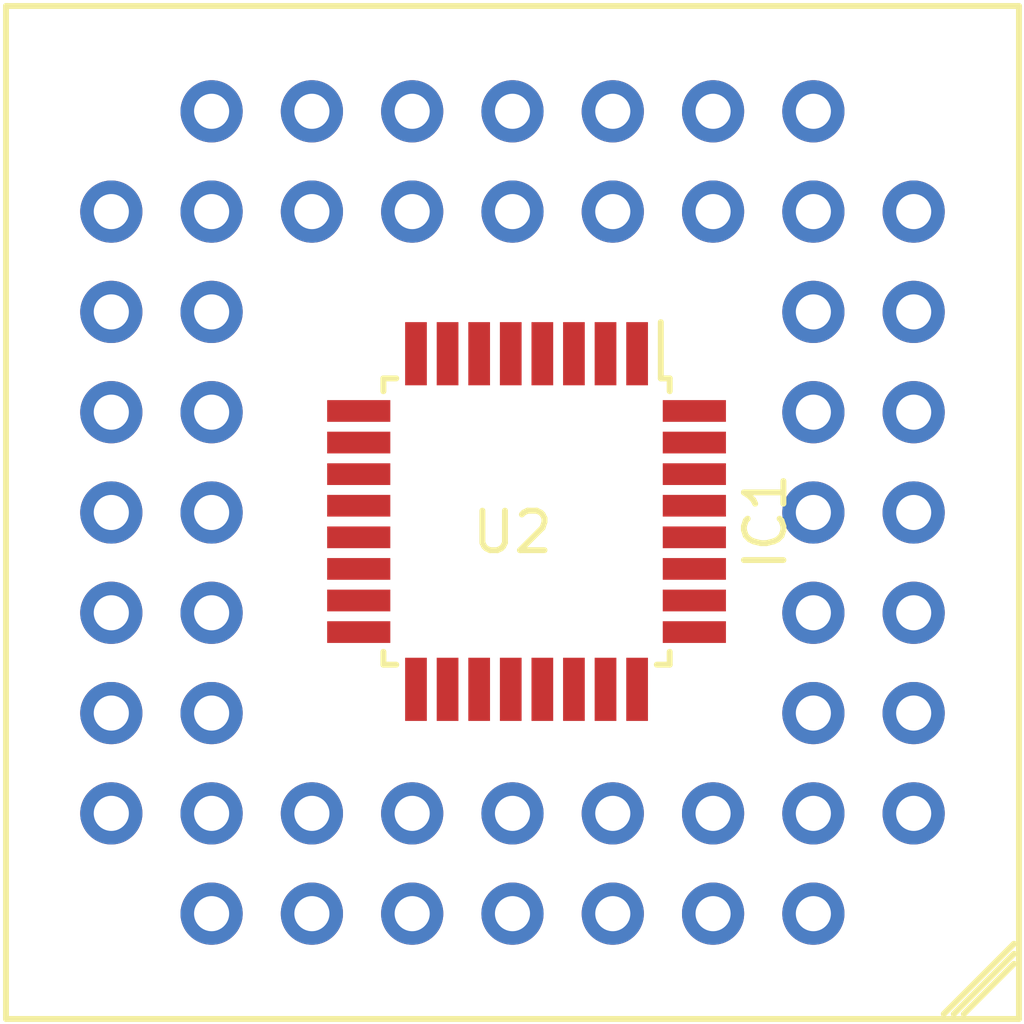
<source format=kicad_pcb>
(kicad_pcb (version 20171130) (host pcbnew "(6.0.0-rc1-dev-548-g8efcf81cf)")

  (general
    (thickness 1.6)
    (drawings 0)
    (tracks 0)
    (zones 0)
    (modules 2)
    (nets 65)
  )

  (page A4)
  (layers
    (0 F.Cu signal)
    (31 B.Cu signal)
    (32 B.Adhes user)
    (33 F.Adhes user)
    (34 B.Paste user)
    (35 F.Paste user)
    (36 B.SilkS user)
    (37 F.SilkS user)
    (38 B.Mask user)
    (39 F.Mask user)
    (40 Dwgs.User user)
    (41 Cmts.User user)
    (42 Eco1.User user)
    (43 Eco2.User user)
    (44 Edge.Cuts user)
    (45 Margin user)
    (46 B.CrtYd user)
    (47 F.CrtYd user)
    (48 B.Fab user)
    (49 F.Fab user)
  )

  (setup
    (last_trace_width 0.25)
    (trace_clearance 0.2)
    (zone_clearance 0.508)
    (zone_45_only no)
    (trace_min 0.2)
    (via_size 0.8)
    (via_drill 0.4)
    (via_min_size 0.4)
    (via_min_drill 0.3)
    (uvia_size 0.3)
    (uvia_drill 0.1)
    (uvias_allowed no)
    (uvia_min_size 0.2)
    (uvia_min_drill 0.1)
    (edge_width 0.05)
    (segment_width 0.2)
    (pcb_text_width 0.3)
    (pcb_text_size 1.5 1.5)
    (mod_edge_width 0.12)
    (mod_text_size 1 1)
    (mod_text_width 0.15)
    (pad_size 1.524 1.524)
    (pad_drill 0.762)
    (pad_to_mask_clearance 0.051)
    (solder_mask_min_width 0.25)
    (aux_axis_origin 0 0)
    (visible_elements FFFFFF7F)
    (pcbplotparams
      (layerselection 0x010fc_ffffffff)
      (usegerberextensions false)
      (usegerberattributes false)
      (usegerberadvancedattributes false)
      (creategerberjobfile false)
      (excludeedgelayer true)
      (linewidth 0.100000)
      (plotframeref false)
      (viasonmask false)
      (mode 1)
      (useauxorigin false)
      (hpglpennumber 1)
      (hpglpenspeed 20)
      (hpglpendiameter 15.000000)
      (psnegative false)
      (psa4output false)
      (plotreference true)
      (plotvalue true)
      (plotinvisibletext false)
      (padsonsilk false)
      (subtractmaskfromsilk false)
      (outputformat 1)
      (mirror false)
      (drillshape 1)
      (scaleselection 1)
      (outputdirectory ""))
  )

  (net 0 "")
  (net 1 "Net-(IC1-Pad1)")
  (net 2 "Net-(IC1-Pad2)")
  (net 3 +5.0Vx)
  (net 4 GND)
  (net 5 "Net-(IC1-Pad7)")
  (net 6 "Net-(IC1-Pad8)")
  (net 7 "Net-(IC1-Pad9)")
  (net 8 "Net-(IC1-Pad10)")
  (net 9 "Net-(IC1-Pad11)")
  (net 10 "Net-(IC1-Pad12)")
  (net 11 "Net-(IC1-Pad13)")
  (net 12 "Net-(IC1-Pad14)")
  (net 13 "Net-(IC1-Pad15)")
  (net 14 "Net-(IC1-Pad19)")
  (net 15 "Net-(IC1-Pad22)")
  (net 16 "Net-(IC1-Pad23)")
  (net 17 "Net-(IC1-Pad24)")
  (net 18 "Net-(IC1-Pad25)")
  (net 19 "Net-(IC1-Pad26)")
  (net 20 "Net-(IC1-Pad27)")
  (net 21 "Net-(IC1-Pad28)")
  (net 22 "Net-(U2-Pad2)")
  (net 23 "Net-(U2-Pad3)")
  (net 24 "Net-(U2-Pad4)")
  (net 25 "Net-(U2-Pad5)")
  (net 26 "Net-(U2-Pad6)")
  (net 27 "Net-(U2-Pad7)")
  (net 28 "Net-(U2-Pad8)")
  (net 29 "Net-(U2-Pad9)")
  (net 30 "Net-(U2-Pad10)")
  (net 31 "Net-(U2-Pad11)")
  (net 32 "Net-(U2-Pad12)")
  (net 33 "Net-(U2-Pad13)")
  (net 34 "Net-(U2-Pad14)")
  (net 35 "Net-(U2-Pad15)")
  (net 36 "Net-(U2-Pad16)")
  (net 37 "Net-(U2-Pad18)")
  (net 38 "Net-(U2-Pad19)")
  (net 39 "Net-(U2-Pad22)")
  (net 40 "Net-(U2-Pad23)")
  (net 41 "Net-(U2-Pad24)")
  (net 42 "Net-(U2-Pad25)")
  (net 43 "Net-(U2-Pad27)")
  (net 44 "Net-(U2-Pad28)")
  (net 45 "Net-(U2-Pad29)")
  (net 46 "Net-(U2-Pad30)")
  (net 47 "Net-(U2-Pad31)")
  (net 48 "Net-(U2-Pad32)")
  (net 49 "Net-(U2-Pad33)")
  (net 50 "Net-(U2-Pad34)")
  (net 51 "Net-(U2-Pad43)")
  (net 52 "Net-(U2-Pad44)")
  (net 53 "Net-(U2-Pad45)")
  (net 54 "Net-(U2-Pad46)")
  (net 55 "Net-(U2-Pad47)")
  (net 56 "Net-(U2-Pad48)")
  (net 57 "Net-(U2-Pad49)")
  (net 58 "Net-(U2-Pad50)")
  (net 59 "Net-(IC1-Pad29)")
  (net 60 "Net-(IC1-Pad30)")
  (net 61 "Net-(IC1-Pad31)")
  (net 62 "Net-(IC1-Pad16)")
  (net 63 "Net-(IC1-Pad17)")
  (net 64 "Net-(IC1-Pad32)")

  (net_class Default "This is the default net class."
    (clearance 0.2)
    (trace_width 0.25)
    (via_dia 0.8)
    (via_drill 0.4)
    (uvia_dia 0.3)
    (uvia_drill 0.1)
    (add_net +5.0Vx)
    (add_net GND)
    (add_net "Net-(IC1-Pad1)")
    (add_net "Net-(IC1-Pad10)")
    (add_net "Net-(IC1-Pad11)")
    (add_net "Net-(IC1-Pad12)")
    (add_net "Net-(IC1-Pad13)")
    (add_net "Net-(IC1-Pad14)")
    (add_net "Net-(IC1-Pad15)")
    (add_net "Net-(IC1-Pad16)")
    (add_net "Net-(IC1-Pad17)")
    (add_net "Net-(IC1-Pad19)")
    (add_net "Net-(IC1-Pad2)")
    (add_net "Net-(IC1-Pad22)")
    (add_net "Net-(IC1-Pad23)")
    (add_net "Net-(IC1-Pad24)")
    (add_net "Net-(IC1-Pad25)")
    (add_net "Net-(IC1-Pad26)")
    (add_net "Net-(IC1-Pad27)")
    (add_net "Net-(IC1-Pad28)")
    (add_net "Net-(IC1-Pad29)")
    (add_net "Net-(IC1-Pad30)")
    (add_net "Net-(IC1-Pad31)")
    (add_net "Net-(IC1-Pad32)")
    (add_net "Net-(IC1-Pad7)")
    (add_net "Net-(IC1-Pad8)")
    (add_net "Net-(IC1-Pad9)")
    (add_net "Net-(U2-Pad10)")
    (add_net "Net-(U2-Pad11)")
    (add_net "Net-(U2-Pad12)")
    (add_net "Net-(U2-Pad13)")
    (add_net "Net-(U2-Pad14)")
    (add_net "Net-(U2-Pad15)")
    (add_net "Net-(U2-Pad16)")
    (add_net "Net-(U2-Pad18)")
    (add_net "Net-(U2-Pad19)")
    (add_net "Net-(U2-Pad2)")
    (add_net "Net-(U2-Pad22)")
    (add_net "Net-(U2-Pad23)")
    (add_net "Net-(U2-Pad24)")
    (add_net "Net-(U2-Pad25)")
    (add_net "Net-(U2-Pad27)")
    (add_net "Net-(U2-Pad28)")
    (add_net "Net-(U2-Pad29)")
    (add_net "Net-(U2-Pad3)")
    (add_net "Net-(U2-Pad30)")
    (add_net "Net-(U2-Pad31)")
    (add_net "Net-(U2-Pad32)")
    (add_net "Net-(U2-Pad33)")
    (add_net "Net-(U2-Pad34)")
    (add_net "Net-(U2-Pad4)")
    (add_net "Net-(U2-Pad43)")
    (add_net "Net-(U2-Pad44)")
    (add_net "Net-(U2-Pad45)")
    (add_net "Net-(U2-Pad46)")
    (add_net "Net-(U2-Pad47)")
    (add_net "Net-(U2-Pad48)")
    (add_net "Net-(U2-Pad49)")
    (add_net "Net-(U2-Pad5)")
    (add_net "Net-(U2-Pad50)")
    (add_net "Net-(U2-Pad6)")
    (add_net "Net-(U2-Pad7)")
    (add_net "Net-(U2-Pad8)")
    (add_net "Net-(U2-Pad9)")
  )

  (module t_sockets:PLCC_52_Socket (layer F.Cu) (tedit 5BCA1237) (tstamp 5BCF8D46)
    (at 153.314001 104.800001)
    (descr "PLCC Socket 52 Pin")
    (tags "Socket PLCC")
    (path /5BCA2F0E)
    (fp_text reference U2 (at 0 0.5) (layer F.SilkS)
      (effects (font (size 1 1) (thickness 0.15)))
    )
    (fp_text value MC68HC811E2 (at 0 -0.5) (layer F.Fab)
      (effects (font (size 1 1) (thickness 0.15)))
    )
    (fp_line (start -12.827 -12.827) (end 12.827 -12.827) (layer F.SilkS) (width 0.15))
    (fp_line (start 12.827 -12.827) (end 12.827 12.827) (layer F.SilkS) (width 0.15))
    (fp_line (start 12.827 12.827) (end -12.827 12.827) (layer F.SilkS) (width 0.15))
    (fp_line (start -12.827 12.827) (end -12.827 -12.827) (layer F.SilkS) (width 0.15))
    (fp_line (start 12.7 11.43) (end 11.43 12.7) (layer F.SilkS) (width 0.15))
    (fp_line (start 11.176 12.7) (end 12.7 11.176) (layer F.SilkS) (width 0.15))
    (fp_line (start 12.7 10.922) (end 10.922 12.7) (layer F.SilkS) (width 0.15))
    (fp_line (start -12.954 -12.954) (end 12.954 -12.954) (layer F.CrtYd) (width 0.05))
    (fp_line (start 12.954 -12.954) (end 12.954 12.954) (layer F.CrtYd) (width 0.05))
    (fp_line (start 12.954 12.954) (end -12.954 12.954) (layer F.CrtYd) (width 0.05))
    (fp_line (start -12.954 12.954) (end -12.954 -12.954) (layer F.CrtYd) (width 0.05))
    (fp_line (start -12.827 -12.827) (end 12.827 -12.827) (layer F.Fab) (width 0.1))
    (fp_line (start 12.827 -12.827) (end 12.827 10.922) (layer F.Fab) (width 0.1))
    (fp_line (start 12.827 10.922) (end 10.922 12.827) (layer F.Fab) (width 0.1))
    (fp_line (start 10.922 12.827) (end -12.827 12.827) (layer F.Fab) (width 0.1))
    (fp_line (start -12.827 12.827) (end -12.827 -12.827) (layer F.Fab) (width 0.1))
    (fp_text user %R (at 0 2.159) (layer F.Fab)
      (effects (font (size 1 1) (thickness 0.15)))
    )
    (fp_poly (pts (xy 0 11.303) (xy -0.508 12.573) (xy 0.508 12.573)) (layer F.Fab) (width 0.15))
    (pad 1 thru_hole circle (at 0 10.16) (size 1.5748 1.5748) (drill 0.889) (layers *.Cu *.Mask)
      (net 4 GND))
    (pad 2 thru_hole circle (at 0 7.62) (size 1.5748 1.5748) (drill 0.889) (layers *.Cu *.Mask)
      (net 22 "Net-(U2-Pad2)"))
    (pad 3 thru_hole circle (at 2.54 10.16) (size 1.5748 1.5748) (drill 0.889) (layers *.Cu *.Mask)
      (net 23 "Net-(U2-Pad3)"))
    (pad 4 thru_hole circle (at 2.54 7.62) (size 1.5748 1.5748) (drill 0.889) (layers *.Cu *.Mask)
      (net 24 "Net-(U2-Pad4)"))
    (pad 5 thru_hole circle (at 5.08 10.16) (size 1.5748 1.5748) (drill 0.889) (layers *.Cu *.Mask)
      (net 25 "Net-(U2-Pad5)"))
    (pad 6 thru_hole circle (at 5.08 7.62) (size 1.5748 1.5748) (drill 0.889) (layers *.Cu *.Mask)
      (net 26 "Net-(U2-Pad6)"))
    (pad 7 thru_hole circle (at 7.62 10.16) (size 1.5748 1.5748) (drill 0.889) (layers *.Cu *.Mask)
      (net 27 "Net-(U2-Pad7)"))
    (pad 8 thru_hole circle (at 10.16 7.62) (size 1.5748 1.5748) (drill 0.889) (layers *.Cu *.Mask)
      (net 28 "Net-(U2-Pad8)"))
    (pad 9 thru_hole circle (at 7.62 7.62) (size 1.5748 1.5748) (drill 0.889) (layers *.Cu *.Mask)
      (net 29 "Net-(U2-Pad9)"))
    (pad 10 thru_hole circle (at 10.16 5.08) (size 1.5748 1.5748) (drill 0.889) (layers *.Cu *.Mask)
      (net 30 "Net-(U2-Pad10)"))
    (pad 11 thru_hole circle (at 7.62 5.08) (size 1.5748 1.5748) (drill 0.889) (layers *.Cu *.Mask)
      (net 31 "Net-(U2-Pad11)"))
    (pad 12 thru_hole circle (at 10.16 2.54) (size 1.5748 1.5748) (drill 0.889) (layers *.Cu *.Mask)
      (net 32 "Net-(U2-Pad12)"))
    (pad 13 thru_hole circle (at 7.62 2.54) (size 1.5748 1.5748) (drill 0.889) (layers *.Cu *.Mask)
      (net 33 "Net-(U2-Pad13)"))
    (pad 14 thru_hole circle (at 10.16 0) (size 1.5748 1.5748) (drill 0.889) (layers *.Cu *.Mask)
      (net 34 "Net-(U2-Pad14)"))
    (pad 15 thru_hole circle (at 7.62 0) (size 1.5748 1.5748) (drill 0.889) (layers *.Cu *.Mask)
      (net 35 "Net-(U2-Pad15)"))
    (pad 16 thru_hole circle (at 10.16 -2.54) (size 1.5748 1.5748) (drill 0.889) (layers *.Cu *.Mask)
      (net 36 "Net-(U2-Pad16)"))
    (pad 17 thru_hole circle (at 7.62 -2.54) (size 1.5748 1.5748) (drill 0.889) (layers *.Cu *.Mask)
      (net 59 "Net-(IC1-Pad29)"))
    (pad 18 thru_hole circle (at 10.16 -5.08) (size 1.5748 1.5748) (drill 0.889) (layers *.Cu *.Mask)
      (net 37 "Net-(U2-Pad18)"))
    (pad 19 thru_hole circle (at 7.62 -5.08) (size 1.5748 1.5748) (drill 0.889) (layers *.Cu *.Mask)
      (net 38 "Net-(U2-Pad19)"))
    (pad 20 thru_hole circle (at 10.16 -7.62) (size 1.5748 1.5748) (drill 0.889) (layers *.Cu *.Mask)
      (net 60 "Net-(IC1-Pad30)"))
    (pad 21 thru_hole circle (at 7.62 -10.16) (size 1.5748 1.5748) (drill 0.889) (layers *.Cu *.Mask)
      (net 61 "Net-(IC1-Pad31)"))
    (pad 22 thru_hole circle (at 7.62 -7.62) (size 1.5748 1.5748) (drill 0.889) (layers *.Cu *.Mask)
      (net 39 "Net-(U2-Pad22)"))
    (pad 23 thru_hole circle (at 5.08 -10.16) (size 1.5748 1.5748) (drill 0.889) (layers *.Cu *.Mask)
      (net 40 "Net-(U2-Pad23)"))
    (pad 24 thru_hole circle (at 5.08 -7.62) (size 1.5748 1.5748) (drill 0.889) (layers *.Cu *.Mask)
      (net 41 "Net-(U2-Pad24)"))
    (pad 25 thru_hole circle (at 2.54 -10.16) (size 1.5748 1.5748) (drill 0.889) (layers *.Cu *.Mask)
      (net 42 "Net-(U2-Pad25)"))
    (pad 26 thru_hole circle (at 2.54 -7.62) (size 1.5748 1.5748) (drill 0.889) (layers *.Cu *.Mask)
      (net 3 +5.0Vx))
    (pad 27 thru_hole circle (at 0 -10.16) (size 1.5748 1.5748) (drill 0.889) (layers *.Cu *.Mask)
      (net 43 "Net-(U2-Pad27)"))
    (pad 28 thru_hole circle (at 0 -7.62) (size 1.5748 1.5748) (drill 0.889) (layers *.Cu *.Mask)
      (net 44 "Net-(U2-Pad28)"))
    (pad 29 thru_hole circle (at -2.54 -10.16) (size 1.5748 1.5748) (drill 0.889) (layers *.Cu *.Mask)
      (net 45 "Net-(U2-Pad29)"))
    (pad 30 thru_hole circle (at -2.54 -7.62) (size 1.5748 1.5748) (drill 0.889) (layers *.Cu *.Mask)
      (net 46 "Net-(U2-Pad30)"))
    (pad 31 thru_hole circle (at -5.08 -10.16) (size 1.5748 1.5748) (drill 0.889) (layers *.Cu *.Mask)
      (net 47 "Net-(U2-Pad31)"))
    (pad 32 thru_hole circle (at -5.08 -7.62) (size 1.5748 1.5748) (drill 0.889) (layers *.Cu *.Mask)
      (net 48 "Net-(U2-Pad32)"))
    (pad 33 thru_hole circle (at -7.62 -10.16) (size 1.5748 1.5748) (drill 0.889) (layers *.Cu *.Mask)
      (net 49 "Net-(U2-Pad33)"))
    (pad 34 thru_hole circle (at -10.16 -7.62) (size 1.5748 1.5748) (drill 0.889) (layers *.Cu *.Mask)
      (net 50 "Net-(U2-Pad34)"))
    (pad 35 thru_hole circle (at -7.62 -7.62) (size 1.5748 1.5748) (drill 0.889) (layers *.Cu *.Mask)
      (net 10 "Net-(IC1-Pad12)"))
    (pad 36 thru_hole circle (at -10.16 -5.08) (size 1.5748 1.5748) (drill 0.889) (layers *.Cu *.Mask)
      (net 11 "Net-(IC1-Pad13)"))
    (pad 37 thru_hole circle (at -7.62 -5.08) (size 1.5748 1.5748) (drill 0.889) (layers *.Cu *.Mask)
      (net 12 "Net-(IC1-Pad14)"))
    (pad 38 thru_hole circle (at -10.16 -2.54) (size 1.5748 1.5748) (drill 0.889) (layers *.Cu *.Mask)
      (net 13 "Net-(IC1-Pad15)"))
    (pad 39 thru_hole circle (at -7.62 -2.54) (size 1.5748 1.5748) (drill 0.889) (layers *.Cu *.Mask)
      (net 62 "Net-(IC1-Pad16)"))
    (pad 40 thru_hole circle (at -10.16 0) (size 1.5748 1.5748) (drill 0.889) (layers *.Cu *.Mask)
      (net 63 "Net-(IC1-Pad17)"))
    (pad 41 thru_hole circle (at -7.62 0) (size 1.5748 1.5748) (drill 0.889) (layers *.Cu *.Mask)
      (net 5 "Net-(IC1-Pad7)"))
    (pad 42 thru_hole circle (at -10.16 2.54) (size 1.5748 1.5748) (drill 0.889) (layers *.Cu *.Mask)
      (net 6 "Net-(IC1-Pad8)"))
    (pad 43 thru_hole circle (at -7.62 2.54) (size 1.5748 1.5748) (drill 0.889) (layers *.Cu *.Mask)
      (net 51 "Net-(U2-Pad43)"))
    (pad 44 thru_hole circle (at -10.16 5.08) (size 1.5748 1.5748) (drill 0.889) (layers *.Cu *.Mask)
      (net 52 "Net-(U2-Pad44)"))
    (pad 45 thru_hole circle (at -7.62 5.08) (size 1.5748 1.5748) (drill 0.889) (layers *.Cu *.Mask)
      (net 53 "Net-(U2-Pad45)"))
    (pad 46 thru_hole circle (at -10.16 7.62) (size 1.5748 1.5748) (drill 0.889) (layers *.Cu *.Mask)
      (net 54 "Net-(U2-Pad46)"))
    (pad 47 thru_hole circle (at -7.62 10.16) (size 1.5748 1.5748) (drill 0.889) (layers *.Cu *.Mask)
      (net 55 "Net-(U2-Pad47)"))
    (pad 48 thru_hole circle (at -7.62 7.62) (size 1.5748 1.5748) (drill 0.889) (layers *.Cu *.Mask)
      (net 56 "Net-(U2-Pad48)"))
    (pad 49 thru_hole circle (at -5.08 10.16) (size 1.5748 1.5748) (drill 0.889) (layers *.Cu *.Mask)
      (net 57 "Net-(U2-Pad49)"))
    (pad 50 thru_hole circle (at -5.08 7.62) (size 1.5748 1.5748) (drill 0.889) (layers *.Cu *.Mask)
      (net 58 "Net-(U2-Pad50)"))
    (pad 51 thru_hole circle (at -2.54 10.16) (size 1.5748 1.5748) (drill 0.889) (layers *.Cu *.Mask)
      (net 4 GND))
    (pad 52 thru_hole circle (at -2.54 7.62) (size 1.5748 1.5748) (drill 0.889) (layers *.Cu *.Mask)
      (net 3 +5.0Vx))
  )

  (module Package_QFP:TQFP-32_7x7mm_P0.8mm (layer F.Cu) (tedit 5A02F146) (tstamp 5BCF922F)
    (at 153.67 105.029 270)
    (descr "32-Lead Plastic Thin Quad Flatpack (PT) - 7x7x1.0 mm Body, 2.00 mm [TQFP] (see Microchip Packaging Specification 00000049BS.pdf)")
    (tags "QFP 0.8")
    (path /5BDBDE5E)
    (attr smd)
    (fp_text reference IC1 (at 0 -6.05 270) (layer F.SilkS)
      (effects (font (size 1 1) (thickness 0.15)))
    )
    (fp_text value ATMEGA328P-A (at 0 6.05 270) (layer F.Fab)
      (effects (font (size 1 1) (thickness 0.15)))
    )
    (fp_text user %R (at 0 0 270) (layer F.Fab)
      (effects (font (size 1 1) (thickness 0.15)))
    )
    (fp_line (start -2.5 -3.5) (end 3.5 -3.5) (layer F.Fab) (width 0.15))
    (fp_line (start 3.5 -3.5) (end 3.5 3.5) (layer F.Fab) (width 0.15))
    (fp_line (start 3.5 3.5) (end -3.5 3.5) (layer F.Fab) (width 0.15))
    (fp_line (start -3.5 3.5) (end -3.5 -2.5) (layer F.Fab) (width 0.15))
    (fp_line (start -3.5 -2.5) (end -2.5 -3.5) (layer F.Fab) (width 0.15))
    (fp_line (start -5.3 -5.3) (end -5.3 5.3) (layer F.CrtYd) (width 0.05))
    (fp_line (start 5.3 -5.3) (end 5.3 5.3) (layer F.CrtYd) (width 0.05))
    (fp_line (start -5.3 -5.3) (end 5.3 -5.3) (layer F.CrtYd) (width 0.05))
    (fp_line (start -5.3 5.3) (end 5.3 5.3) (layer F.CrtYd) (width 0.05))
    (fp_line (start -3.625 -3.625) (end -3.625 -3.4) (layer F.SilkS) (width 0.15))
    (fp_line (start 3.625 -3.625) (end 3.625 -3.3) (layer F.SilkS) (width 0.15))
    (fp_line (start 3.625 3.625) (end 3.625 3.3) (layer F.SilkS) (width 0.15))
    (fp_line (start -3.625 3.625) (end -3.625 3.3) (layer F.SilkS) (width 0.15))
    (fp_line (start -3.625 -3.625) (end -3.3 -3.625) (layer F.SilkS) (width 0.15))
    (fp_line (start -3.625 3.625) (end -3.3 3.625) (layer F.SilkS) (width 0.15))
    (fp_line (start 3.625 3.625) (end 3.3 3.625) (layer F.SilkS) (width 0.15))
    (fp_line (start 3.625 -3.625) (end 3.3 -3.625) (layer F.SilkS) (width 0.15))
    (fp_line (start -3.625 -3.4) (end -5.05 -3.4) (layer F.SilkS) (width 0.15))
    (pad 1 smd rect (at -4.25 -2.8 270) (size 1.6 0.55) (layers F.Cu F.Paste F.Mask)
      (net 1 "Net-(IC1-Pad1)"))
    (pad 2 smd rect (at -4.25 -2 270) (size 1.6 0.55) (layers F.Cu F.Paste F.Mask)
      (net 2 "Net-(IC1-Pad2)"))
    (pad 3 smd rect (at -4.25 -1.2 270) (size 1.6 0.55) (layers F.Cu F.Paste F.Mask)
      (net 4 GND))
    (pad 4 smd rect (at -4.25 -0.4 270) (size 1.6 0.55) (layers F.Cu F.Paste F.Mask)
      (net 3 +5.0Vx))
    (pad 5 smd rect (at -4.25 0.4 270) (size 1.6 0.55) (layers F.Cu F.Paste F.Mask)
      (net 4 GND))
    (pad 6 smd rect (at -4.25 1.2 270) (size 1.6 0.55) (layers F.Cu F.Paste F.Mask)
      (net 3 +5.0Vx))
    (pad 7 smd rect (at -4.25 2 270) (size 1.6 0.55) (layers F.Cu F.Paste F.Mask)
      (net 5 "Net-(IC1-Pad7)"))
    (pad 8 smd rect (at -4.25 2.8 270) (size 1.6 0.55) (layers F.Cu F.Paste F.Mask)
      (net 6 "Net-(IC1-Pad8)"))
    (pad 9 smd rect (at -2.8 4.25) (size 1.6 0.55) (layers F.Cu F.Paste F.Mask)
      (net 7 "Net-(IC1-Pad9)"))
    (pad 10 smd rect (at -2 4.25) (size 1.6 0.55) (layers F.Cu F.Paste F.Mask)
      (net 8 "Net-(IC1-Pad10)"))
    (pad 11 smd rect (at -1.2 4.25) (size 1.6 0.55) (layers F.Cu F.Paste F.Mask)
      (net 9 "Net-(IC1-Pad11)"))
    (pad 12 smd rect (at -0.4 4.25) (size 1.6 0.55) (layers F.Cu F.Paste F.Mask)
      (net 10 "Net-(IC1-Pad12)"))
    (pad 13 smd rect (at 0.4 4.25) (size 1.6 0.55) (layers F.Cu F.Paste F.Mask)
      (net 11 "Net-(IC1-Pad13)"))
    (pad 14 smd rect (at 1.2 4.25) (size 1.6 0.55) (layers F.Cu F.Paste F.Mask)
      (net 12 "Net-(IC1-Pad14)"))
    (pad 15 smd rect (at 2 4.25) (size 1.6 0.55) (layers F.Cu F.Paste F.Mask)
      (net 13 "Net-(IC1-Pad15)"))
    (pad 16 smd rect (at 2.8 4.25) (size 1.6 0.55) (layers F.Cu F.Paste F.Mask)
      (net 62 "Net-(IC1-Pad16)"))
    (pad 17 smd rect (at 4.25 2.8 270) (size 1.6 0.55) (layers F.Cu F.Paste F.Mask)
      (net 63 "Net-(IC1-Pad17)"))
    (pad 18 smd rect (at 4.25 2 270) (size 1.6 0.55) (layers F.Cu F.Paste F.Mask)
      (net 3 +5.0Vx))
    (pad 19 smd rect (at 4.25 1.2 270) (size 1.6 0.55) (layers F.Cu F.Paste F.Mask)
      (net 14 "Net-(IC1-Pad19)"))
    (pad 20 smd rect (at 4.25 0.4 270) (size 1.6 0.55) (layers F.Cu F.Paste F.Mask)
      (net 3 +5.0Vx))
    (pad 21 smd rect (at 4.25 -0.4 270) (size 1.6 0.55) (layers F.Cu F.Paste F.Mask)
      (net 4 GND))
    (pad 22 smd rect (at 4.25 -1.2 270) (size 1.6 0.55) (layers F.Cu F.Paste F.Mask)
      (net 15 "Net-(IC1-Pad22)"))
    (pad 23 smd rect (at 4.25 -2 270) (size 1.6 0.55) (layers F.Cu F.Paste F.Mask)
      (net 16 "Net-(IC1-Pad23)"))
    (pad 24 smd rect (at 4.25 -2.8 270) (size 1.6 0.55) (layers F.Cu F.Paste F.Mask)
      (net 17 "Net-(IC1-Pad24)"))
    (pad 25 smd rect (at 2.8 -4.25) (size 1.6 0.55) (layers F.Cu F.Paste F.Mask)
      (net 18 "Net-(IC1-Pad25)"))
    (pad 26 smd rect (at 2 -4.25) (size 1.6 0.55) (layers F.Cu F.Paste F.Mask)
      (net 19 "Net-(IC1-Pad26)"))
    (pad 27 smd rect (at 1.2 -4.25) (size 1.6 0.55) (layers F.Cu F.Paste F.Mask)
      (net 20 "Net-(IC1-Pad27)"))
    (pad 28 smd rect (at 0.4 -4.25) (size 1.6 0.55) (layers F.Cu F.Paste F.Mask)
      (net 21 "Net-(IC1-Pad28)"))
    (pad 29 smd rect (at -0.4 -4.25) (size 1.6 0.55) (layers F.Cu F.Paste F.Mask)
      (net 59 "Net-(IC1-Pad29)"))
    (pad 30 smd rect (at -1.2 -4.25) (size 1.6 0.55) (layers F.Cu F.Paste F.Mask)
      (net 60 "Net-(IC1-Pad30)"))
    (pad 31 smd rect (at -2 -4.25) (size 1.6 0.55) (layers F.Cu F.Paste F.Mask)
      (net 61 "Net-(IC1-Pad31)"))
    (pad 32 smd rect (at -2.8 -4.25) (size 1.6 0.55) (layers F.Cu F.Paste F.Mask)
      (net 64 "Net-(IC1-Pad32)"))
    (model ${KISYS3DMOD}/Package_QFP.3dshapes/TQFP-32_7x7mm_P0.8mm.wrl
      (at (xyz 0 0 0))
      (scale (xyz 1 1 1))
      (rotate (xyz 0 0 0))
    )
  )

)

</source>
